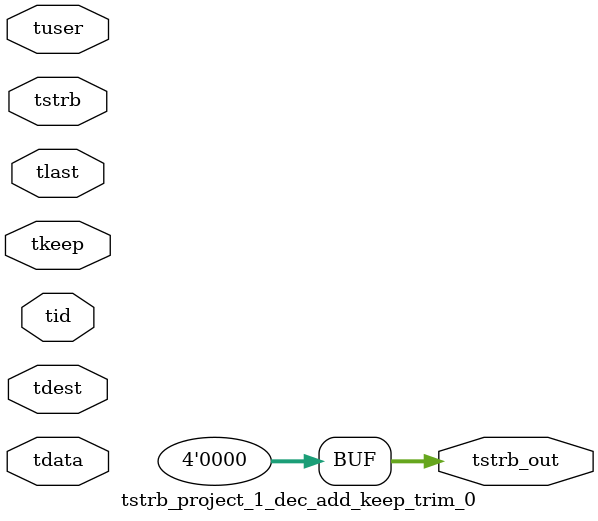
<source format=v>


`timescale 1ps/1ps

module tstrb_project_1_dec_add_keep_trim_0 #
(
parameter C_S_AXIS_TDATA_WIDTH = 32,
parameter C_S_AXIS_TUSER_WIDTH = 0,
parameter C_S_AXIS_TID_WIDTH   = 0,
parameter C_S_AXIS_TDEST_WIDTH = 0,
parameter C_M_AXIS_TDATA_WIDTH = 32
)
(
input  [(C_S_AXIS_TDATA_WIDTH == 0 ? 1 : C_S_AXIS_TDATA_WIDTH)-1:0     ] tdata,
input  [(C_S_AXIS_TUSER_WIDTH == 0 ? 1 : C_S_AXIS_TUSER_WIDTH)-1:0     ] tuser,
input  [(C_S_AXIS_TID_WIDTH   == 0 ? 1 : C_S_AXIS_TID_WIDTH)-1:0       ] tid,
input  [(C_S_AXIS_TDEST_WIDTH == 0 ? 1 : C_S_AXIS_TDEST_WIDTH)-1:0     ] tdest,
input  [(C_S_AXIS_TDATA_WIDTH/8)-1:0 ] tkeep,
input  [(C_S_AXIS_TDATA_WIDTH/8)-1:0 ] tstrb,
input                                                                    tlast,
output [(C_M_AXIS_TDATA_WIDTH/8)-1:0 ] tstrb_out
);

assign tstrb_out = {1'b0};

endmodule


</source>
